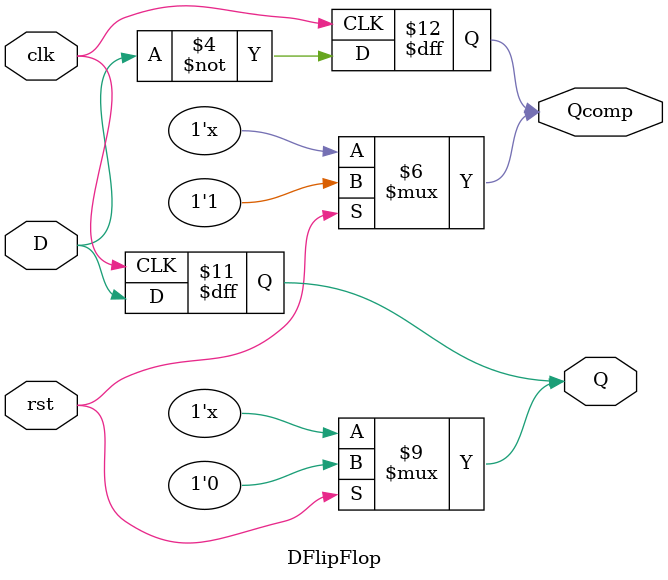
<source format=v>
module seqgenerator(A,B,Acomp,Bcomp,Y,X,clk,rst);

input clk,rst,X;
output A,B,Acomp,Bcomp,Y;
wire DA,DB;

and(DA,B,X);
and(DB,Acomp,Bcomp,X);
and(Y,A,X);

DFlipFlop DF1(A,Acomp,DA,clk,rst);
DFlipFlop DF2(B,Bcomp,DB,clk,rst);

endmodule

module DFlipFlop(Q,Qcomp,D,clk,rst);

input D,clk,rst;
output reg Q,Qcomp;

always @(clk | rst)
begin
   if(rst == 1)
     begin 
       Q = 0;
       Qcomp = 1;
     end
end

always @(posedge clk)
begin
   Q = D;
   Qcomp = ~Q;
end

endmodule
</source>
